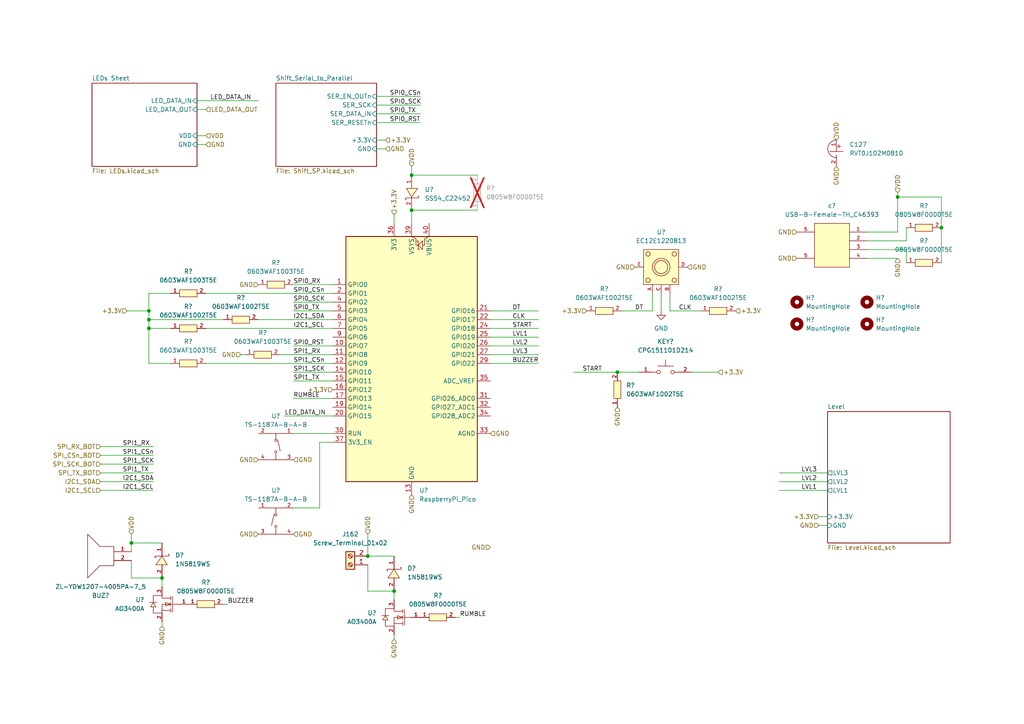
<source format=kicad_sch>
(kicad_sch (version 20230121) (generator eeschema)
  (paper "A4")
  (lib_symbols
    (symbol "0603WAF1002T5E:0603WAF1002T5E" (pin_names hide)
      (property "Reference" "R" (at 0 1.27 0))
      (property "Value" "0603WAF1002T5E" (at 0 -2.54 0))
      (symbol "0603WAF1002T5E_0_1"
        (rectangle (start -2.54 1.016) (end 2.54 -1.016) (fill (type background)))
        (pin input line (at -5.08 0 0) (length 2.54) (name "1") (number "1"))
        (pin input line (at 5.08 0 180) (length 2.54) (name "2") (number "2"))
      )
    )
    (symbol "0603WAF1003T5E:0603WAF1003T5E" (pin_names hide)
      (property "Reference" "R" (at 0 1.27 0))
      (property "Value" "0603WAF1003T5E" (at 0 -2.54 0))
      (symbol "0603WAF1003T5E_0_1"
        (rectangle (start -2.54 1.016) (end 2.54 -1.016) (fill (type background)))
        (pin input line (at -5.08 0 0) (length 2.54) (name "1") (number "1"))
        (pin input line (at 5.08 0 180) (length 2.54) (name "2") (number "2"))
      )
    )
    (symbol "0805W8F0000T5E:0805W8F0000T5E" (pin_names hide)
      (property "Reference" "R" (at 0 1.27 0))
      (property "Value" "0805W8F0000T5E" (at 0 -2.54 0))
      (symbol "0805W8F0000T5E_0_1"
        (rectangle (start -2.54 1.016) (end 2.54 -1.016) (fill (type background)))
        (pin input line (at -5.08 0 0) (length 2.54) (name "1") (number "1"))
        (pin input line (at 5.08 0 180) (length 2.54) (name "2") (number "2"))
      )
    )
    (symbol "1N5819WS:1N5819WS" (pin_names hide)
      (property "Reference" "D" (at 0 1.27 0))
      (property "Value" "1N5819WS" (at 0 -2.54 0))
      (symbol "1N5819WS_0_1"
        (polyline (pts (xy -1.27 0) (xy -1.27 -2.032) (xy -0.762 -2.032) (xy -0.762 -1.778)))
        (polyline (pts (xy -1.27 0) (xy -1.27 2.032) (xy -1.778 2.032) (xy -1.778 1.778)))
        (polyline (pts (xy 1.27 1.524) (xy -1.27 0) (xy 1.27 -1.778) (xy 1.27 1.524)) (fill (type background)))
        (pin unspecified line (at -5.08 0 0) (length 3.81) (name "K") (number "1"))
        (pin unspecified line (at 5.08 0 180) (length 3.81) (name "A") (number "2"))
      )
    )
    (symbol "AO3400A:AO3400A" (pin_names hide)
      (property "Reference" "U" (at 0 1.27 0))
      (property "Value" "AO3400A" (at 0 -2.54 0))
      (symbol "AO3400A_0_1"
        (polyline (pts (xy -2.54 0) (xy -0.508 0)))
        (polyline (pts (xy -0.508 2.286) (xy -0.508 -2.286)))
        (polyline (pts (xy 0 -2.286) (xy 0 -1.27)))
        (polyline (pts (xy 0 -0.508) (xy 0 0.508)))
        (polyline (pts (xy 0 2.286) (xy 0 1.27)))
        (polyline (pts (xy 2.54 -1.778) (xy 0 -1.778)))
        (polyline (pts (xy 0 0) (xy 1.524 -0.508) (xy 1.524 0.508) (xy 0 0)) (fill (type background)))
        (polyline (pts (xy 5.08 0.508) (xy 4.318 -0.762) (xy 5.842 -0.762) (xy 5.08 0.508)) (fill (type background)))
        (polyline (pts (xy 6.096 0.508) (xy 5.588 0.508) (xy 4.572 0.508) (xy 4.064 0.508)))
        (polyline (pts (xy 0 0) (xy 2.54 0) (xy 2.54 -2.54) (xy 5.08 -2.54) (xy 5.08 -0.762)))
        (polyline (pts (xy 0 1.778) (xy 2.54 1.778) (xy 2.54 2.54) (xy 5.08 2.54) (xy 5.08 0.508)))
        (pin unspecified line (at -5.08 0 0) (length 2.54) (name "G") (number "1"))
        (pin unspecified line (at 2.54 -5.08 90) (length 2.54) (name "S") (number "2"))
        (pin unspecified line (at 2.54 5.08 270) (length 2.54) (name "D") (number "3"))
      )
    )
    (symbol "CPG151101D214:CPG151101D214" (pin_names hide)
      (property "Reference" "KEY" (at 0 1.27 0))
      (property "Value" "CPG151101D214" (at 0 -2.54 0))
      (symbol "CPG151101D214_0_1"
        (circle (center -2.032 -2.54) (radius 0.508) (fill (type background)))
        (polyline (pts (xy -5.08 -2.54) (xy -2.54 -2.54)))
        (polyline (pts (xy -2.286 -0.762) (xy 2.286 -0.762)))
        (polyline (pts (xy 0 -0.762) (xy 0 1.016)))
        (polyline (pts (xy 5.08 -2.54) (xy 2.54 -2.54)))
        (circle (center 2.032 -2.54) (radius 0.508) (fill (type background)))
        (pin unspecified line (at -7.62 -2.54 0) (length 3.81) (name "1") (number "1"))
        (pin unspecified line (at 7.62 -2.54 180) (length 3.81) (name "2") (number "2"))
      )
    )
    (symbol "Connector:Screw_Terminal_01x02" (pin_names (offset 1.016) hide)
      (property "Reference" "J" (at 0 2.54 0))
      (property "Value" "Screw_Terminal_01x02" (at 0 -5.08 0))
      (symbol "Screw_Terminal_01x02_1_1"
        (rectangle (start -1.27 1.27) (end 1.27 -3.81) (stroke (width 0.254)) (fill (type background)))
        (circle (center 0 -2.54) (radius 0.635) (stroke (width 0.1524)))
        (polyline (pts (xy -0.5334 -2.2098) (xy 0.3302 -3.048)) (stroke (width 0.1524)))
        (polyline (pts (xy -0.5334 0.3302) (xy 0.3302 -0.508)) (stroke (width 0.1524)))
        (polyline (pts (xy -0.3556 -2.032) (xy 0.508 -2.8702)) (stroke (width 0.1524)))
        (polyline (pts (xy -0.3556 0.508) (xy 0.508 -0.3302)) (stroke (width 0.1524)))
        (circle (center 0 0) (radius 0.635) (stroke (width 0.1524)))
        (pin passive line (at -5.08 0 0) (length 3.81) (name "Pin_1") (number "1"))
        (pin passive line (at -5.08 -2.54 0) (length 3.81) (name "Pin_2") (number "2"))
      )
    )
    (symbol "EC12E1220813:EC12E1220813" (pin_names hide)
      (property "Reference" "U" (at 0 1.27 0))
      (property "Value" "EC12E1220813" (at 0 -2.54 0))
      (symbol "EC12E1220813_0_1"
        (rectangle (start -5.08 5.08) (end 5.08 -5.08) (fill (type background)))
        (circle (center -3.81 -3.81) (radius 0.635) (fill (type background)))
        (circle (center -3.81 3.81) (radius 0.635) (fill (type background)))
        (circle (center 0 0) (radius 1.905) (fill (type background)))
        (circle (center 0 0) (radius 2.54) (fill (type background)))
        (circle (center 3.81 -3.81) (radius 0.635) (fill (type background)))
        (circle (center 3.81 3.81) (radius 0.635) (fill (type background)))
        (pin unspecified line (at -2.54 -7.62 90) (length 2.54) (name "A") (number "A"))
        (pin unspecified line (at 2.54 -7.62 90) (length 2.54) (name "B") (number "B"))
        (pin unspecified line (at 0 -7.62 90) (length 2.54) (name "C") (number "C"))
        (pin unspecified line (at 7.62 0 180) (length 2.54) (name "D") (number "D"))
        (pin unspecified line (at -7.62 0 0) (length 2.54) (name "E") (number "E"))
      )
    )
    (symbol "MCU_Module_RaspberryPi_Pico:RaspberryPi_Pico"
      (property "Reference" "U" (at -19.05 38.1 0))
      (property "Value" "RaspberryPi_Pico" (at 7.62 38.1 0))
      (symbol "RaspberryPi_Pico_0_1"
        (rectangle (start -19.05 36.83) (end 19.05 -34.29) (stroke (width 0.254)) (fill (type background)))
        (polyline (pts (xy 0 36.83) (xy 1.27 36.195) (xy 1.27 34.29) (xy 1.905 34.29)))
        (polyline (pts (xy 1.905 34.29) (xy 3.175 35.56) (xy 3.175 33.02) (xy 1.905 34.29)))
        (polyline (pts (xy 5.08 36.83) (xy 3.81 36.195) (xy 3.81 34.29) (xy 3.175 34.29)))
        (polyline (pts (xy 1.651 35.306) (xy 1.651 35.56) (xy 1.905 35.56) (xy 1.905 33.02) (xy 2.159 33.02) (xy 2.159 33.274)))
      )
      (symbol "RaspberryPi_Pico_1_1"
        (pin bidirectional line (at -22.86 22.86 0) (length 3.81) (name "GPIO0") (number "1"))
        (pin bidirectional line (at -22.86 5.08 0) (length 3.81) (name "GPIO7") (number "10"))
        (pin bidirectional line (at -22.86 2.54 0) (length 3.81) (name "GPIO8") (number "11"))
        (pin bidirectional line (at -22.86 0 0) (length 3.81) (name "GPIO9") (number "12"))
        (pin power_out line (at 0 -38.1 90) (length 3.81) (name "GND") (number "13"))
        (pin bidirectional line (at -22.86 -2.54 0) (length 3.81) (name "GPIO10") (number "14"))
        (pin bidirectional line (at -22.86 -5.08 0) (length 3.81) (name "GPIO11") (number "15"))
        (pin bidirectional line (at -22.86 -7.62 0) (length 3.81) (name "GPIO12") (number "16"))
        (pin bidirectional line (at -22.86 -10.16 0) (length 3.81) (name "GPIO13") (number "17"))
        (pin passive line (at 0 -38.1 90) (length 3.81) hide (name "GND") (number "18"))
        (pin bidirectional line (at -22.86 -12.7 0) (length 3.81) (name "GPIO14") (number "19"))
        (pin bidirectional line (at -22.86 20.32 0) (length 3.81) (name "GPIO1") (number "2"))
        (pin bidirectional line (at -22.86 -15.24 0) (length 3.81) (name "GPIO15") (number "20"))
        (pin bidirectional line (at 22.86 15.24 180) (length 3.81) (name "GPIO16") (number "21"))
        (pin bidirectional line (at 22.86 12.7 180) (length 3.81) (name "GPIO17") (number "22"))
        (pin passive line (at 0 -38.1 90) (length 3.81) hide (name "GND") (number "23"))
        (pin bidirectional line (at 22.86 10.16 180) (length 3.81) (name "GPIO18") (number "24"))
        (pin bidirectional line (at 22.86 7.62 180) (length 3.81) (name "GPIO19") (number "25"))
        (pin bidirectional line (at 22.86 5.08 180) (length 3.81) (name "GPIO20") (number "26"))
        (pin bidirectional line (at 22.86 2.54 180) (length 3.81) (name "GPIO21") (number "27"))
        (pin passive line (at 0 -38.1 90) (length 3.81) hide (name "GND") (number "28"))
        (pin bidirectional line (at 22.86 0 180) (length 3.81) (name "GPIO22") (number "29"))
        (pin passive line (at 0 -38.1 90) (length 3.81) hide (name "GND") (number "3"))
        (pin input line (at -22.86 -20.32 0) (length 3.81) (name "RUN") (number "30"))
        (pin bidirectional line (at 22.86 -10.16 180) (length 3.81) (name "GPIO26_ADC0") (number "31"))
        (pin bidirectional line (at 22.86 -12.7 180) (length 3.81) (name "GPIO27_ADC1") (number "32"))
        (pin power_in line (at 22.86 -20.32 180) (length 3.81) (name "AGND") (number "33"))
        (pin bidirectional line (at 22.86 -15.24 180) (length 3.81) (name "GPIO28_ADC2") (number "34"))
        (pin power_in line (at 22.86 -5.08 180) (length 3.81) (name "ADC_VREF") (number "35"))
        (pin power_out line (at -5.08 40.64 270) (length 3.81) (name "3V3") (number "36"))
        (pin input line (at -22.86 -22.86 0) (length 3.81) (name "3V3_EN") (number "37"))
        (pin passive line (at 0 -38.1 90) (length 3.81) hide (name "GND") (number "38"))
        (pin power_in line (at 0 40.64 270) (length 3.81) (name "VSYS") (number "39"))
        (pin bidirectional line (at -22.86 17.78 0) (length 3.81) (name "GPIO2") (number "4"))
        (pin power_out line (at 5.08 40.64 270) (length 3.81) (name "VBUS") (number "40"))
        (pin bidirectional line (at -22.86 15.24 0) (length 3.81) (name "GPIO3") (number "5"))
        (pin bidirectional line (at -22.86 12.7 0) (length 3.81) (name "GPIO4") (number "6"))
        (pin bidirectional line (at -22.86 10.16 0) (length 3.81) (name "GPIO5") (number "7"))
        (pin passive line (at 0 -38.1 90) (length 3.81) hide (name "GND") (number "8"))
        (pin bidirectional line (at -22.86 7.62 0) (length 3.81) (name "GPIO6") (number "9"))
      )
    )
    (symbol "Mechanical:MountingHole" (pin_names (offset 1.016))
      (property "Reference" "H" (at 0 5.08 0))
      (property "Value" "MountingHole" (at 0 3.175 0))
      (symbol "MountingHole_0_1"
        (circle (center 0 0) (radius 1.27) (stroke (width 1.27)))
      )
    )
    (symbol "RVT0J102M0810:RVT0J102M0810" (pin_names hide)
      (property "Reference" "C" (at 0 1.27 0))
      (property "Value" "RVT0J102M0810" (at 0 -2.54 0))
      (symbol "RVT0J102M0810_0_1"
        (polyline (pts (xy 0 -0.508) (xy 0 -1.27)))
        (polyline (pts (xy 0 1.27) (xy 0 0.508)))
        (polyline (pts (xy 0.762 2.54) (xy 0.762 1.524)))
        (polyline (pts (xy 1.27 2.032) (xy 0.254 2.032)))
        (polyline (pts (xy 2.032 0.508) (xy -2.032 0.508)))
        (arc (start 0.0208 3.8059) (mid -2.4787 1.226) (end 0.1011 -1.2735))
        (pin input line (at 0 3.81 270) (length 2.54) (name "1") (number "1"))
        (pin input line (at 0 -3.81 90) (length 2.54) (name "2") (number "2"))
      )
    )
    (symbol "SS54_C22452:SS54_C22452" (pin_names hide)
      (property "Reference" "U" (at 0 1.27 0))
      (property "Value" "SS54_C22452" (at 0 -2.54 0))
      (symbol "SS54_C22452_0_1"
        (polyline (pts (xy 1.27 1.524) (xy -1.27 0) (xy 1.27 -1.778) (xy 1.27 1.524)) (fill (type background)))
        (polyline (pts (xy -2.032 1.524) (xy -2.032 1.778) (xy -1.524 1.778) (xy -1.524 -2.032) (xy -1.016 -2.032) (xy -1.016 -1.778)))
        (pin unspecified line (at 5.08 0 180) (length 3.81) (name "A") (number "1"))
        (pin unspecified line (at -5.08 0 0) (length 3.81) (name "K") (number "2"))
      )
    )
    (symbol "TS-1187A-B-A-B:TS-1187A-B-A-B" (pin_names hide)
      (property "Reference" "U" (at 0 1.27 0))
      (property "Value" "TS-1187A-B-A-B" (at 0 -2.54 0))
      (symbol "TS-1187A-B-A-B_0_1"
        (circle (center 0 -2.794) (radius 0.3175) (fill (type background)))
        (polyline (pts (xy -2.54 -5.08) (xy 2.54 -5.08)))
        (polyline (pts (xy -2.54 2.54) (xy 2.54 2.54)))
        (polyline (pts (xy -0.508 0.762) (xy -1.27 -2.54)))
        (polyline (pts (xy 0 -3.302) (xy 0 -5.08)))
        (polyline (pts (xy 0 0.762) (xy 0 2.54)))
        (circle (center 0 0.508) (radius 0.3175) (fill (type background)))
        (pin unspecified line (at -5.08 2.54 0) (length 2.54) (name "A") (number "1"))
        (pin unspecified line (at 5.08 2.54 180) (length 2.54) (name "B") (number "2"))
        (pin unspecified line (at -5.08 -5.08 0) (length 2.54) (name "C") (number "3"))
        (pin unspecified line (at 5.08 -5.08 180) (length 2.54) (name "D") (number "4"))
      )
    )
    (symbol "USB-B-Female-TH_C46393:USB-B-Female-TH_C46393" (pin_names hide)
      (property "Reference" "c" (at 0 1.27 0))
      (property "Value" "USB-B-Female-TH_C46393" (at 0 -2.54 0))
      (symbol "USB-B-Female-TH_C46393_0_1"
        (rectangle (start -5.08 7.62) (end 5.08 -5.08) (fill (type background)))
        (pin input line (at 10.16 5.08 180) (length 5.08) (name "VCC") (number "1"))
        (pin input line (at 10.16 2.54 180) (length 5.08) (name "D-") (number "2"))
        (pin input line (at 10.16 0 180) (length 5.08) (name "D+") (number "3"))
        (pin input line (at 10.16 -2.54 180) (length 5.08) (name "GND") (number "4"))
        (pin unspecified line (at -10.16 -2.54 0) (length 5.08) (name "EH") (number "5"))
        (pin unspecified line (at -10.16 5.08 0) (length 5.08) (name "EH") (number "5"))
      )
    )
    (symbol "ZL-YDW1207-4005PA-7_5:ZL-YDW1207-4005PA-7_5" (pin_names hide)
      (property "Reference" "BUZ" (at 0 1.27 0))
      (property "Value" "ZL-YDW1207-4005PA-7_5" (at 0 -2.54 0))
      (symbol "ZL-YDW1207-4005PA-7_5_0_1"
        (polyline (pts (xy -4.064 4.064) (xy 0 4.064) (xy 0 -1.524) (xy -4.064 -1.524) (xy -7.62 -5.08) (xy -7.62 7.62) (xy -4.064 4.064)))
        (pin unspecified line (at 5.08 0 180) (length 5.08) (name "1") (number "1"))
        (pin unspecified line (at 5.08 2.54 180) (length 5.08) (name "2") (number "2"))
      )
    )
    (symbol "power:GND" (power) (pin_names (offset 0))
      (property "Value" "GND" (at 0 -3.81 0))
      (symbol "GND_0_1"
        (polyline (pts (xy 0 0) (xy 0 -1.27) (xy 1.27 -1.27) (xy 0 -2.54) (xy -1.27 -1.27) (xy 0 -1.27)))
      )
      (symbol "GND_1_1"
        (pin power_in line (at 0 0 270) (length 0) hide (name "GND") (number "1"))
      )
    )
  )
  (junction (at 106.68 161.29))
  (junction (at 43.18 90.17))
  (junction (at 260.35 57.15))
  (junction (at 119.38 50.8))
  (junction (at 38.1 157.48))
  (junction (at 114.3 171.45))
  (junction (at 119.38 60.96))
  (junction (at 43.18 92.71))
  (junction (at 46.99 167.64))
  (junction (at 43.18 95.25))
  (junction (at 273.05 66.04))
  (junction (at 179.07 107.95))
  (wire (pts (xy 109.22 33.02) (xy 121.92 33.02)))
  (wire (pts (xy 262.89 72.39) (xy 251.46 72.39)))
  (wire (pts (xy 166.37 107.95) (xy 179.07 107.95)))
  (wire (pts (xy 38.1 157.48) (xy 38.1 160.02)))
  (wire (pts (xy 85.09 107.95) (xy 96.52 107.95)))
  (wire (pts (xy 262.89 76.2) (xy 262.89 72.39)))
  (wire (pts (xy 85.09 90.17) (xy 96.52 90.17)))
  (wire (pts (xy 226.06 137.16) (xy 240.03 137.16)))
  (wire (pts (xy 191.77 90.17) (xy 191.77 85.09)))
  (wire (pts (xy 64.77 175.26) (xy 66.04 175.26)))
  (wire (pts (xy 189.23 85.09) (xy 189.23 90.17)))
  (wire (pts (xy 142.24 95.25) (xy 156.21 95.25)))
  (wire (pts (xy 273.05 57.15) (xy 260.35 57.15)))
  (wire (pts (xy 194.31 90.17) (xy 203.2 90.17)))
  (wire (pts (xy 114.3 185.42) (xy 114.3 184.15)))
  (wire (pts (xy 106.68 161.29) (xy 114.3 161.29)))
  (wire (pts (xy 142.24 105.41) (xy 156.21 105.41)))
  (wire (pts (xy 29.21 134.62) (xy 44.45 134.62)))
  (wire (pts (xy 59.69 105.41) (xy 96.52 105.41)))
  (wire (pts (xy 260.35 74.93) (xy 251.46 74.93)))
  (wire (pts (xy 85.09 125.73) (xy 96.52 125.73)))
  (wire (pts (xy 142.24 92.71) (xy 156.21 92.71)))
  (wire (pts (xy 109.22 27.94) (xy 121.92 27.94)))
  (wire (pts (xy 85.09 100.33) (xy 96.52 100.33)))
  (wire (pts (xy 260.35 57.15) (xy 260.35 67.31)))
  (wire (pts (xy 49.53 105.41) (xy 43.18 105.41)))
  (wire (pts (xy 262.89 69.85) (xy 262.89 66.04)))
  (wire (pts (xy 109.22 43.18) (xy 111.76 43.18)))
  (wire (pts (xy 142.24 102.87) (xy 156.21 102.87)))
  (wire (pts (xy 29.21 132.08) (xy 44.45 132.08)))
  (wire (pts (xy 49.53 85.09) (xy 43.18 85.09)))
  (wire (pts (xy 106.68 154.94) (xy 106.68 161.29)))
  (wire (pts (xy 82.55 120.65) (xy 96.52 120.65)))
  (wire (pts (xy 59.69 95.25) (xy 96.52 95.25)))
  (wire (pts (xy 43.18 105.41) (xy 43.18 95.25)))
  (wire (pts (xy 74.93 92.71) (xy 96.52 92.71)))
  (wire (pts (xy 57.15 29.21) (xy 74.93 29.21)))
  (wire (pts (xy 85.09 115.57) (xy 96.52 115.57)))
  (wire (pts (xy 237.49 152.4) (xy 240.03 152.4)))
  (wire (pts (xy 46.99 167.64) (xy 46.99 170.18)))
  (wire (pts (xy 38.1 167.64) (xy 38.1 162.56)))
  (wire (pts (xy 29.21 139.7) (xy 44.45 139.7)))
  (wire (pts (xy 96.52 128.27) (xy 92.71 128.27)))
  (wire (pts (xy 36.83 90.17) (xy 43.18 90.17)))
  (wire (pts (xy 85.09 87.63) (xy 96.52 87.63)))
  (wire (pts (xy 57.15 39.37) (xy 59.69 39.37)))
  (wire (pts (xy 119.38 60.96) (xy 119.38 64.77)))
  (wire (pts (xy 251.46 69.85) (xy 262.89 69.85)))
  (wire (pts (xy 273.05 66.04) (xy 273.05 76.2)))
  (wire (pts (xy 132.08 179.07) (xy 133.35 179.07)))
  (wire (pts (xy 189.23 90.17) (xy 180.34 90.17)))
  (wire (pts (xy 92.71 128.27) (xy 92.71 147.32)))
  (wire (pts (xy 109.22 30.48) (xy 121.92 30.48)))
  (wire (pts (xy 38.1 157.48) (xy 46.99 157.48)))
  (wire (pts (xy 29.21 129.54) (xy 44.45 129.54)))
  (wire (pts (xy 64.77 92.71) (xy 43.18 92.71)))
  (wire (pts (xy 38.1 154.94) (xy 38.1 157.48)))
  (wire (pts (xy 81.28 102.87) (xy 96.52 102.87)))
  (wire (pts (xy 43.18 90.17) (xy 43.18 92.71)))
  (wire (pts (xy 119.38 50.8) (xy 138.43 50.8)))
  (wire (pts (xy 71.12 102.87) (xy 69.85 102.87)))
  (wire (pts (xy 57.15 31.75) (xy 59.69 31.75)))
  (wire (pts (xy 46.99 181.61) (xy 46.99 180.34)))
  (wire (pts (xy 106.68 171.45) (xy 114.3 171.45)))
  (wire (pts (xy 109.22 40.64) (xy 111.76 40.64)))
  (wire (pts (xy 114.3 62.23) (xy 114.3 64.77)))
  (wire (pts (xy 109.22 35.56) (xy 121.92 35.56)))
  (wire (pts (xy 43.18 95.25) (xy 49.53 95.25)))
  (wire (pts (xy 226.06 142.24) (xy 240.03 142.24)))
  (wire (pts (xy 29.21 137.16) (xy 44.45 137.16)))
  (wire (pts (xy 57.15 41.91) (xy 59.69 41.91)))
  (wire (pts (xy 85.09 82.55) (xy 96.52 82.55)))
  (wire (pts (xy 273.05 66.04) (xy 273.05 57.15)))
  (wire (pts (xy 179.07 107.95) (xy 185.42 107.95)))
  (wire (pts (xy 251.46 67.31) (xy 260.35 67.31)))
  (wire (pts (xy 106.68 163.83) (xy 106.68 171.45)))
  (wire (pts (xy 119.38 60.96) (xy 138.43 60.96)))
  (wire (pts (xy 260.35 55.88) (xy 260.35 57.15)))
  (wire (pts (xy 85.09 110.49) (xy 96.52 110.49)))
  (wire (pts (xy 43.18 85.09) (xy 43.18 90.17)))
  (wire (pts (xy 92.71 147.32) (xy 85.09 147.32)))
  (wire (pts (xy 194.31 85.09) (xy 194.31 90.17)))
  (wire (pts (xy 46.99 167.64) (xy 38.1 167.64)))
  (wire (pts (xy 43.18 92.71) (xy 43.18 95.25)))
  (wire (pts (xy 226.06 139.7) (xy 240.03 139.7)))
  (wire (pts (xy 29.21 142.24) (xy 44.45 142.24)))
  (wire (pts (xy 59.69 85.09) (xy 96.52 85.09)))
  (wire (pts (xy 200.66 107.95) (xy 208.28 107.95)))
  (wire (pts (xy 142.24 97.79) (xy 156.21 97.79)))
  (wire (pts (xy 114.3 171.45) (xy 114.3 173.99)))
  (wire (pts (xy 237.49 149.86) (xy 240.03 149.86)))
  (wire (pts (xy 142.24 90.17) (xy 156.21 90.17)))
  (wire (pts (xy 142.24 100.33) (xy 156.21 100.33)))
  (wire (pts (xy 119.38 48.26) (xy 119.38 50.8)))
  (label "DT" (at 148.59 90.17 0))
  (label "I2C1_SDA" (at 85.09 92.71 0))
  (label "SPI0_RST" (at 85.09 100.33 0))
  (label "BUZZER" (at 148.59 105.41 0))
  (label "SPI1_RX" (at 85.09 102.87 0))
  (label "LED_DATA_IN" (at 60.96 29.21 0))
  (label "SPI1_TX" (at 85.09 110.49 0))
  (label "SPI0_RST" (at 113.03 35.56 0))
  (label "LED_DATA_IN" (at 82.55 120.65 0))
  (label "SPI1_RX" (at 35.56 129.54 0))
  (label "I2C1_SDA" (at 35.56 139.7 0))
  (label "SPI0_CSn" (at 113.03 27.94 0))
  (label "RUMBLE" (at 85.09 115.57 0))
  (label "SPI1_CSn" (at 35.56 132.08 0))
  (label "LVL3" (at 148.59 102.87 0))
  (label "LVL1" (at 232.41 142.24 0))
  (label "BUZZER" (at 66.04 175.26 0))
  (label "SPI1_SCK" (at 85.09 107.95 0))
  (label "LVL3" (at 232.41 137.16 0))
  (label "I2C1_SCL" (at 35.56 142.24 0))
  (label "START" (at 168.91 107.95 0))
  (label "LVL1" (at 148.59 97.79 0))
  (label "SPI0_TX" (at 85.09 90.17 0))
  (label "CLK" (at 196.85 90.17 0))
  (label "CLK" (at 148.59 92.71 0))
  (label "SPI1_TX" (at 35.56 137.16 0))
  (label "RUMBLE" (at 133.35 179.07 0))
  (label "SPI0_SCK" (at 85.09 87.63 0))
  (label "I2C1_SCL" (at 85.09 95.25 0))
  (label "SPI0_TX" (at 113.03 33.02 0))
  (label "SPI1_SCK" (at 35.56 134.62 0))
  (label "SPI1_CSn" (at 85.09 105.41 0))
  (label "START" (at 148.59 95.25 0))
  (label "DT" (at 184.15 90.17 0))
  (label "SPI0_RX" (at 85.09 82.55 0))
  (label "LVL2" (at 232.41 139.7 0))
  (label "SPI0_CSn" (at 85.09 85.09 0))
  (label "SPI0_SCK" (at 113.03 30.48 0))
  (label "LVL2" (at 148.59 100.33 0))
  (hierarchical_label "SPI_TX_BOT" (shape input) (at 29.21 137.16 180))
  (hierarchical_label "VDD" (shape input) (at 106.68 154.94 90))
  (hierarchical_label "GND" (shape input) (at 46.99 181.61 270))
  (hierarchical_label "SPI_CSn_BOT" (shape input) (at 29.21 132.08 180))
  (hierarchical_label "GND" (shape input) (at 242.57 48.26 270))
  (hierarchical_label "SPI_SCK_BOT" (shape input) (at 29.21 134.62 180))
  (hierarchical_label "GND" (shape input) (at 231.14 67.31 180))
  (hierarchical_label "VDD" (shape input) (at 242.57 40.64 90))
  (hierarchical_label "VDD" (shape input) (at 119.38 48.26 90))
  (hierarchical_label "GND" (shape input) (at 199.39 77.47 0))
  (hierarchical_label "I2C1_SDA" (shape input) (at 29.21 139.7 180))
  (hierarchical_label "GND" (shape input) (at 142.24 125.73 0))
  (hierarchical_label "+3.3V" (shape input) (at 36.83 90.17 180))
  (hierarchical_label "GND" (shape input) (at 237.49 152.4 180))
  (hierarchical_label "GND" (shape input) (at 119.38 143.51 270))
  (hierarchical_label "GND" (shape input) (at 85.09 133.35 0))
  (hierarchical_label "GND" (shape input) (at 184.15 77.47 180))
  (hierarchical_label "GND" (shape input) (at 74.93 133.35 180))
  (hierarchical_label "LED_DATA_OUT" (shape input) (at 59.69 31.75 0))
  (hierarchical_label "GND" (shape input) (at 179.07 118.11 270))
  (hierarchical_label "+3.3V" (shape input) (at 208.28 107.95 0))
  (hierarchical_label "+3.3V" (shape input) (at 170.18 90.17 180))
  (hierarchical_label "+3.3V" (shape input) (at 96.52 113.03 180))
  (hierarchical_label "VDD" (shape input) (at 59.69 39.37 0))
  (hierarchical_label "+3.3V" (shape input) (at 237.49 149.86 180))
  (hierarchical_label "GND" (shape input) (at 111.76 43.18 0))
  (hierarchical_label "GND" (shape input) (at 231.14 74.93 180))
  (hierarchical_label "GND" (shape input) (at 260.35 74.93 270))
  (hierarchical_label "GND" (shape input) (at 142.24 158.75 180))
  (hierarchical_label "SPI_RX_BOT" (shape input) (at 29.21 129.54 180))
  (hierarchical_label "GND" (shape input) (at 69.85 102.87 180))
  (hierarchical_label "+3.3V" (shape input) (at 213.36 90.17 0))
  (hierarchical_label "GND" (shape input) (at 74.93 82.55 180))
  (hierarchical_label "GND" (shape input) (at 74.93 154.94 180))
  (hierarchical_label "VDD" (shape input) (at 260.35 55.88 90))
  (hierarchical_label "GND" (shape input) (at 114.3 185.42 270))
  (hierarchical_label "GND" (shape input) (at 59.69 41.91 0))
  (hierarchical_label "+3.3V" (shape input) (at 111.76 40.64 0))
  (hierarchical_label "+3.3V" (shape input) (at 114.3 62.23 90))
  (hierarchical_label "GND" (shape input) (at 85.09 154.94 0))
  (hierarchical_label "I2C1_SCL" (shape input) (at 29.21 142.24 180))
  (hierarchical_label "VDD" (shape input) (at 38.1 154.94 90))
  (symbol (lib_id "0603WAF1002T5E:0603WAF1002T5E") (at 69.85 92.71 0) (unit 1)
    (property "Reference" "R?" (at 69.85 86.36 0))
    (property "Value" "0603WAF1002T5E" (at 69.85 88.9 0))
    (property "Footprint" "footprint:R0603" (effects hide))
    (property "Datasheet" "https://www.mouser.in/datasheet/2/447/PYu_RT_1_to_0_01_RoHS_L_11-1669912.pdf" (effects hide))
    (property "LCSC" "C25804" (effects hide))
    (instances (project "Kaboom_box" (path "" (reference "R?") (unit 1)) (path "" (reference "R108") (unit 1)) (path "" (reference "R?") (unit 1))))
  )
  (symbol (lib_id "Mechanical:MountingHole") (at 251.46 93.98 0) (unit 1)
    (property "Reference" "H?" (at 254 92.71 0) (effects (justify left)))
    (property "Value" "MountingHole" (at 254 95.25 0) (effects (justify left)))
    (property "Footprint" "MountingHole:MountingHole_4.3mm_M4" (effects hide))
    (instances (project "Kaboom_box" (path "" (reference "H?") (unit 1)) (path "" (reference "H104") (unit 1)) (path "" (reference "H?") (unit 1))))
  )
  (symbol (lib_id "0603WAF1003T5E:0603WAF1003T5E") (at 80.01 82.55 0) (unit 1)
    (property "Reference" "R?" (at 80.01 76.2 0))
    (property "Value" "0603WAF1003T5E" (at 80.01 78.74 0))
    (property "Footprint" "footprint:R0603" (effects hide))
    (property "Datasheet" "https://www.mouser.in/datasheet/2/447/PYu_RT_1_to_0_01_RoHS_L_11-1669912.pdf" (effects hide))
    (property "LCSC" "C25803" (effects hide))
    (instances (project "Kaboom_box" (path "" (reference "R?") (unit 1)) (path "" (reference "R104") (unit 1)) (path "" (reference "R?") (unit 1))))
  )
  (symbol (lib_id "1N5819WS:1N5819WS") (at 114.3 166.37 270) (unit 1)
    (property "Reference" "D?" (at 118.11 164.846 90) (effects (justify left)))
    (property "Value" "1N5819WS" (at 118.11 167.386 90) (effects (justify left)))
    (property "Footprint" "footprint:SOD-323_L1.8-W1.3-LS2.5-RD" (effects hide))
    (property "Datasheet" "https://item.szlcsc.com/295156.html" (effects hide))
    (property "LCSC" "C191023" (effects hide))
    (instances (project "Kaboom_box" (path "" (reference "D?") (unit 1)) (path "" (reference "D102") (unit 1)) (path "" (reference "D?") (unit 1))))
  )
  (symbol (lib_id "Connector:Screw_Terminal_01x02") (at 101.6 163.83 180) (unit 1)
    (property "Reference" "J162" (at 101.6 154.94 0))
    (property "Value" "Screw_Terminal_01x02" (at 101.6 157.48 0))
    (property "Footprint" "TerminalBlock_Phoenix:TerminalBlock_Phoenix_MKDS-1,5-2_1x02_P5.00mm_Horizontal" (effects hide))
  )
  (symbol (lib_id "1N5819WS:1N5819WS") (at 46.99 162.56 270) (unit 1)
    (property "Reference" "D?" (at 50.8 161.036 90) (effects (justify left)))
    (property "Value" "1N5819WS" (at 50.8 163.576 90) (effects (justify left)))
    (property "Footprint" "footprint:SOD-323_L1.8-W1.3-LS2.5-RD" (effects hide))
    (property "Datasheet" "https://item.szlcsc.com/295156.html" (effects hide))
    (property "LCSC" "C191023" (effects hide))
    (instances (project "Kaboom_box" (path "" (reference "D?") (unit 1)) (path "" (reference "D101") (unit 1)) (path "" (reference "D?") (unit 1))))
  )
  (symbol (lib_id "Mechanical:MountingHole") (at 231.14 93.98 0) (unit 1)
    (property "Reference" "H?" (at 233.68 92.71 0) (effects (justify left)))
    (property "Value" "MountingHole" (at 233.68 95.25 0) (effects (justify left)))
    (property "Footprint" "MountingHole:MountingHole_4.3mm_M4" (effects hide))
    (instances (project "Kaboom_box" (path "" (reference "H?") (unit 1)) (path "" (reference "H103") (unit 1)) (path "" (reference "H?") (unit 1))))
  )
  (symbol (lib_id "AO3400A:AO3400A") (at 49.53 175.26 0) (mirror y) (unit 1)
    (property "Reference" "U?" (at 41.91 173.99 0) (effects (justify left)))
    (property "Value" "AO3400A" (at 41.91 176.53 0) (effects (justify left)))
    (property "Footprint" "footprint:SOT-23-3_L2.9-W1.6-P1.90-LS2.8-BR" (effects hide))
    (property "Datasheet" "https://item.szlcsc.com/14454.html" (effects hide))
    (property "LCSC" "C20917" (effects hide))
    (instances (project "Kaboom_box" (path "" (reference "U?") (unit 1)) (path "" (reference "U106") (unit 1)) (path "" (reference "U?") (unit 1))))
  )
  (symbol (lib_id "Mechanical:MountingHole") (at 251.46 87.63 0) (unit 1)
    (property "Reference" "H?" (at 254 86.36 0) (effects (justify left)))
    (property "Value" "MountingHole" (at 254 88.9 0) (effects (justify left)))
    (property "Footprint" "MountingHole:MountingHole_4.3mm_M4" (effects hide))
    (instances (project "Kaboom_box" (path "" (reference "H?") (unit 1)) (path "" (reference "H102") (unit 1)) (path "" (reference "H?") (unit 1))))
  )
  (symbol (lib_id "0603WAF1003T5E:0603WAF1003T5E") (at 76.2 102.87 0) (unit 1)
    (property "Reference" "R?" (at 76.2 96.52 0))
    (property "Value" "0603WAF1003T5E" (at 76.2 99.06 0))
    (property "Footprint" "footprint:R0603" (effects hide))
    (property "Datasheet" "https://www.mouser.in/datasheet/2/447/PYu_RT_1_to_0_01_RoHS_L_11-1669912.pdf" (effects hide))
    (property "LCSC" "C25803" (effects hide))
    (instances (project "Kaboom_box" (path "" (reference "R?") (unit 1)) (path "" (reference "R110") (unit 1)) (path "" (reference "R?") (unit 1))))
  )
  (symbol (lib_id "CPG151101D214:CPG151101D214") (at 193.04 105.41 0) (unit 1)
    (property "Reference" "KEY?" (at 193.04 99.06 0))
    (property "Value" "CPG151101D214" (at 193.04 101.6 0))
    (property "Footprint" "footprint:KEY-TH_CPG151101D21X" (effects hide))
    (property "Datasheet" "https://item.szlcsc.com/383997.html" (effects hide))
    (property "LCSC" "C400232" (effects hide))
    (instances (project "Kaboom_box" (path "" (reference "KEY?") (unit 1)) (path "" (reference "KEY101") (unit 1)) (path "" (reference "KEY?") (unit 1))))
  )
  (symbol (lib_id "0603WAF1002T5E:0603WAF1002T5E") (at 175.26 90.17 0) (unit 1)
    (property "Reference" "R?" (at 175.26 83.82 0))
    (property "Value" "0603WAF1002T5E" (at 175.26 86.36 0))
    (property "Footprint" "footprint:R0603" (effects hide))
    (property "Datasheet" "https://www.mouser.in/datasheet/2/447/PYu_RT_1_to_0_01_RoHS_L_11-1669912.pdf" (effects hide))
    (property "LCSC" "C25804" (effects hide))
    (instances (project "Kaboom_box" (path "" (reference "R?") (unit 1)) (path "" (reference "R106") (unit 1)) (path "" (reference "R?") (unit 1))))
  )
  (symbol (lib_id "0603WAF1003T5E:0603WAF1003T5E") (at 54.61 105.41 0) (unit 1)
    (property "Reference" "R?" (at 54.61 99.06 0))
    (property "Value" "0603WAF1003T5E" (at 54.61 101.6 0))
    (property "Footprint" "footprint:R0603" (effects hide))
    (property "Datasheet" "https://www.mouser.in/datasheet/2/447/PYu_RT_1_to_0_01_RoHS_L_11-1669912.pdf" (effects hide))
    (property "LCSC" "C25803" (effects hide))
    (instances (project "Kaboom_box" (path "" (reference "R?") (unit 1)) (path "" (reference "R111") (unit 1)) (path "" (reference "R?") (unit 1))))
  )
  (symbol (lib_id "0805W8F0000T5E:0805W8F0000T5E") (at 127 179.07 0) (unit 1)
    (property "Reference" "R?" (at 127 172.72 0))
    (property "Value" "0805W8F0000T5E" (at 127 175.26 0))
    (property "Footprint" "footprint:R0805" (effects hide))
    (property "Datasheet" "https://item.szlcsc.com/142685.html" (effects hide))
    (property "LCSC" "C17477" (effects hide))
    (instances (project "Kaboom_box" (path "" (reference "R?") (unit 1)) (path "" (reference "R120") (unit 1)) (path "" (reference "R?") (unit 1))))
  )
  (symbol (lib_id "AO3400A:AO3400A") (at 116.84 179.07 0) (mirror y) (unit 1)
    (property "Reference" "U?" (at 109.22 177.8 0) (effects (justify left)))
    (property "Value" "AO3400A" (at 109.22 180.34 0) (effects (justify left)))
    (property "Footprint" "footprint:SOT-23-3_L2.9-W1.6-P1.90-LS2.8-BR" (effects hide))
    (property "Datasheet" "https://item.szlcsc.com/14454.html" (effects hide))
    (property "LCSC" "C20917" (effects hide))
    (instances (project "Kaboom_box" (path "" (reference "U?") (unit 1)) (path "" (reference "U149") (unit 1)) (path "" (reference "U?") (unit 1))))
  )
  (symbol (lib_id "0805W8F0000T5E:0805W8F0000T5E") (at 267.97 66.04 0) (unit 1)
    (property "Reference" "R?" (at 267.97 59.69 0))
    (property "Value" "0805W8F0000T5E" (at 267.97 62.23 0))
    (property "Footprint" "footprint:R0805" (effects hide))
    (property "Datasheet" "https://item.szlcsc.com/142685.html" (effects hide))
    (property "LCSC" "C17477" (effects hide))
    (instances (project "Kaboom_box" (path "" (reference "R?") (unit 1)) (path "" (reference "R102") (unit 1)) (path "" (reference "R?") (unit 1))))
  )
  (symbol (lib_id "0805W8F0000T5E:0805W8F0000T5E") (at 59.69 175.26 0) (unit 1)
    (property "Reference" "R?" (at 59.69 168.91 0))
    (property "Value" "0805W8F0000T5E" (at 59.69 171.45 0))
    (property "Footprint" "footprint:R0805" (effects hide))
    (property "Datasheet" "https://item.szlcsc.com/142685.html" (effects hide))
    (property "LCSC" "C17477" (effects hide))
    (instances (project "Kaboom_box" (path "" (reference "R?") (unit 1)) (path "" (reference "R113") (unit 1)) (path "" (reference "R?") (unit 1))))
  )
  (symbol (lib_id "EC12E1220813:EC12E1220813") (at 191.77 77.47 0) (unit 1)
    (property "Reference" "U?" (at 191.77 67.31 0))
    (property "Value" "EC12E1220813" (at 191.77 69.85 0))
    (property "Footprint" "footprint:SW-TH_EC12E1220813" (effects hide))
    (property "Datasheet" "https://item.szlcsc.com/141013.html" (effects hide))
    (property "LCSC" "C129727" (effects hide))
    (instances (project "Kaboom_box" (path "" (reference "U?") (unit 1)) (path "" (reference "U102") (unit 1)) (path "" (reference "U?") (unit 1))))
  )
  (symbol (lib_id "0603WAF1002T5E:0603WAF1002T5E") (at 179.07 113.03 90) (unit 1)
    (property "Reference" "R?" (at 181.61 111.76 90) (effects (justify right)))
    (property "Value" "0603WAF1002T5E" (at 181.61 114.3 90) (effects (justify right)))
    (property "Footprint" "footprint:R0603" (effects hide))
    (property "Datasheet" "https://www.mouser.in/datasheet/2/447/PYu_RT_1_to_0_01_RoHS_L_11-1669912.pdf" (effects hide))
    (property "LCSC" "C25804" (effects hide))
    (instances (project "Kaboom_box" (path "" (reference "R?") (unit 1)) (path "" (reference "R112") (unit 1)) (path "" (reference "R?") (unit 1))))
  )
  (symbol (lib_id "TS-1187A-B-A-B:TS-1187A-B-A-B") (at 80.01 149.86 0) (unit 1)
    (property "Reference" "U?" (at 80.01 142.24 0))
    (property "Value" "TS-1187A-B-A-B" (at 80.01 144.78 0))
    (property "Footprint" "footprint:SW-SMD_4P-L5.1-W5.1-P3.70-LS6.5-TL-2" (effects hide))
    (property "Datasheet" "https://item.szlcsc.com/300285.html" (effects hide))
    (property "LCSC" "C318884" (effects hide))
    (instances (project "Kaboom_box" (path "" (reference "U?") (unit 1)) (path "" (reference "U105") (unit 1)) (path "" (reference "U?") (unit 1))))
  )
  (symbol (lib_id "Mechanical:MountingHole") (at 231.14 87.63 0) (unit 1)
    (property "Reference" "H?" (at 233.68 86.36 0) (effects (justify left)))
    (property "Value" "MountingHole" (at 233.68 88.9 0) (effects (justify left)))
    (property "Footprint" "MountingHole:MountingHole_4.3mm_M4" (effects hide))
    (instances (project "Kaboom_box" (path "" (reference "H?") (unit 1)) (path "" (reference "H101") (unit 1)) (path "" (reference "H?") (unit 1))))
  )
  (symbol (lib_id "0603WAF1003T5E:0603WAF1003T5E") (at 54.61 85.09 0) (unit 1)
    (property "Reference" "R?" (at 54.61 78.74 0))
    (property "Value" "0603WAF1003T5E" (at 54.61 81.28 0))
    (property "Footprint" "footprint:R0603" (effects hide))
    (property "Datasheet" "https://www.mouser.in/datasheet/2/447/PYu_RT_1_to_0_01_RoHS_L_11-1669912.pdf" (effects hide))
    (property "LCSC" "C25803" (effects hide))
    (instances (project "Kaboom_box" (path "" (reference "R?") (unit 1)) (path "" (reference "R105") (unit 1)) (path "" (reference "R?") (unit 1))))
  )
  (symbol (lib_id "TS-1187A-B-A-B:TS-1187A-B-A-B") (at 80.01 128.27 0) (mirror y) (unit 1)
    (property "Reference" "U?" (at 80.01 120.65 0))
    (property "Value" "TS-1187A-B-A-B" (at 80.01 123.19 0))
    (property "Footprint" "footprint:SW-SMD_4P-L5.1-W5.1-P3.70-LS6.5-TL-2" (effects hide))
    (property "Datasheet" "https://item.szlcsc.com/300285.html" (effects hide))
    (property "LCSC" "C318884" (effects hide))
    (instances (project "Kaboom_box" (path "" (reference "U?") (unit 1)) (path "" (reference "U104") (unit 1)) (path "" (reference "U?") (unit 1))))
  )
  (symbol (lib_id "power:GND") (at 191.77 90.17 0) (unit 1)
    (property "Reference" "#PWR?" (effects hide))
    (property "Value" "GND" (at 191.77 95.25 0))
    (instances (project "Kaboom_box" (path "" (reference "#PWR?") (unit 1)) (path "" (reference "#PWR0101") (unit 1)) (path "" (reference "#PWR?") (unit 1))))
  )
  (symbol (lib_id "RVT0J102M0810:RVT0J102M0810") (at 242.57 44.45 0) (unit 1)
    (property "Reference" "C127" (at 246.38 41.9139 0) (effects (justify left)))
    (property "Value" "RVT0J102M0810" (at 246.38 44.4539 0) (effects (justify left)))
    (property "Footprint" "footprint:CAP-SMD_BD8.0-L8.3-W8.3-FD" (effects hide))
    (property "Datasheet" "https://item.szlcsc.com/245644.html" (effects hide))
    (property "LCSC" "C42851" (effects hide))
  )
  (symbol (lib_id "0603WAF1002T5E:0603WAF1002T5E") (at 208.28 90.17 0) (unit 1)
    (property "Reference" "R?" (at 208.28 83.82 0))
    (property "Value" "0603WAF1002T5E" (at 208.28 86.36 0))
    (property "Footprint" "footprint:R0603" (effects hide))
    (property "Datasheet" "https://www.mouser.in/datasheet/2/447/PYu_RT_1_to_0_01_RoHS_L_11-1669912.pdf" (effects hide))
    (property "LCSC" "C25804" (effects hide))
    (instances (project "Kaboom_box" (path "" (reference "R?") (unit 1)) (path "" (reference "R107") (unit 1)) (path "" (reference "R?") (unit 1))))
  )
  (symbol (lib_id "MCU_Module_RaspberryPi_Pico:RaspberryPi_Pico") (at 119.38 105.41 0) (unit 1)
    (property "Reference" "U?" (at 121.5741 142.24 0) (effects (justify left)))
    (property "Value" "RaspberryPi_Pico" (at 121.5741 144.78 0) (effects (justify left)))
    (property "Footprint" "Module_RaspberryPi_Pico:RaspberryPi_Pico_Common_No_Keepout" (effects hide))
    (property "Datasheet" "https://datasheets.raspberrypi.com/pico/pico-datasheet.pdf" (effects hide))
    (instances (project "Kaboom_box" (path "" (reference "U?") (unit 1)) (path "" (reference "U103") (unit 1)) (path "" (reference "U?") (unit 1))))
  )
  (symbol (lib_id "0805W8F0000T5E:0805W8F0000T5E") (at 267.97 76.2 0) (unit 1)
    (property "Reference" "R?" (at 267.97 69.85 0))
    (property "Value" "0805W8F0000T5E" (at 267.97 72.39 0))
    (property "Footprint" "footprint:R0805" (effects hide))
    (property "Datasheet" "https://item.szlcsc.com/142685.html" (effects hide))
    (property "LCSC" "C17477" (effects hide))
    (instances (project "Kaboom_box" (path "" (reference "R?") (unit 1)) (path "" (reference "R103") (unit 1)) (path "" (reference "R?") (unit 1))))
  )
  (symbol (lib_id "USB-B-Female-TH_C46393:USB-B-Female-TH_C46393") (at 241.3 72.39 0) (unit 1)
    (property "Reference" "c?" (at 241.3 59.69 0))
    (property "Value" "USB-B-Female-TH_C46393" (at 241.3 62.23 0))
    (property "Footprint" "footprint:USB-B_TH_BF90" (effects hide))
    (property "Datasheet" "https://item.szlcsc.com/203132.html" (effects hide))
    (property "LCSC" "C46393" (effects hide))
    (instances (project "Kaboom_box" (path "" (reference "c?") (unit 1)) (path "" (reference "c108") (unit 1)) (path "" (reference "c?") (unit 1))))
  )
  (symbol (lib_id "0603WAF1002T5E:0603WAF1002T5E") (at 54.61 95.25 0) (unit 1)
    (property "Reference" "R?" (at 54.61 88.9 0))
    (property "Value" "0603WAF1002T5E" (at 54.61 91.44 0))
    (property "Footprint" "footprint:R0603" (effects hide))
    (property "Datasheet" "https://www.mouser.in/datasheet/2/447/PYu_RT_1_to_0_01_RoHS_L_11-1669912.pdf" (effects hide))
    (property "LCSC" "C25804" (effects hide))
    (instances (project "Kaboom_box" (path "" (reference "R?") (unit 1)) (path "" (reference "R109") (unit 1)) (path "" (reference "R?") (unit 1))))
  )
  (symbol (lib_id "0805W8F0000T5E:0805W8F0000T5E") (at 138.43 55.88 90) (unit 1) (dnp yes)
    (property "Reference" "R?" (at 140.97 54.61 90) (effects (justify right)))
    (property "Value" "0805W8F0000T5E" (at 140.97 57.15 90) (effects (justify right)))
    (property "Footprint" "footprint:R0805" (effects hide))
    (property "Datasheet" "https://item.szlcsc.com/142685.html" (effects hide))
    (property "LCSC" "C17477" (effects hide))
    (instances (project "Kaboom_box" (path "" (reference "R?") (unit 1)) (path "" (reference "R101") (unit 1)) (path "" (reference "R?") (unit 1))))
  )
  (symbol (lib_id "ZL-YDW1207-4005PA-7_5:ZL-YDW1207-4005PA-7_5") (at 33.02 160.02 0) (mirror x) (unit 1)
    (property "Reference" "BUZ?" (at 29.21 172.72 0))
    (property "Value" "ZL-YDW1207-4005PA-7_5" (at 29.21 170.18 0))
    (property "Footprint" "footprint:BUZ-TH_BD12.6-P7.50-D0.9" (effects hide))
    (property "Datasheet" "https://item.szlcsc.com/220378.html" (effects hide))
    (property "LCSC" "C219725" (effects hide))
    (instances (project "Kaboom_box" (path "" (reference "BUZ?") (unit 1)) (path "" (reference "BUZ101") (unit 1)) (path "" (reference "BUZ?") (unit 1))))
  )
  (symbol (lib_id "SS54_C22452:SS54_C22452") (at 119.38 55.88 90) (unit 1)
    (property "Reference" "U?" (at 123.19 54.991 90) (effects (justify right)))
    (property "Value" "SS54_C22452" (at 123.19 57.531 90) (effects (justify right)))
    (property "Footprint" "footprint:SMA_L4.4-W2.8-LS5.4-R-RD" (effects hide))
    (property "Datasheet" "https://item.szlcsc.com/310096.html" (effects hide))
    (property "LCSC" "C22452" (effects hide))
    (instances (project "Kaboom_box" (path "" (reference "U?") (unit 1)) (path "" (reference "U101") (unit 1)) (path "" (reference "U?") (unit 1))))
  )
  (sheet (at 240.03 119.38) (size 35.56 38.1) (stroke (width 0.1524))
    (property "Sheetname" "Level" (at 240.03 118.6684 0) (effects (justify left bottom)))
    (property "Sheetfile" "Level.kicad_sch" (at 240.03 158.0646 0) (effects (justify left top)))
    (pin "LVL2" output (at 240.03 139.7 180))
    (pin "LVL3" output (at 240.03 137.16 180))
    (pin "GND" input (at 240.03 152.4 180))
    (pin "+3.3V" input (at 240.03 149.86 180))
    (pin "LVL1" output (at 240.03 142.24 180))
  )
  (sheet (at 80.01 24.13) (size 29.21 24.13) (stroke (width 0.1524))
    (property "Sheetname" "Shift_Serial_to_Parallel" (at 80.01 23.4184 0) (effects (justify left bottom)))
    (property "Sheetfile" "Shift_SP.kicad_sch" (at 80.01 48.8446 0) (effects (justify left top)))
    (pin "GND" input (at 109.22 43.18 0))
    (pin "+3.3V" input (at 109.22 40.64 0))
    (pin "SER_RESETn" input (at 109.22 35.56 0))
    (pin "SER_EN_OUTn" input (at 109.22 27.94 0))
    (pin "SER_SCK" input (at 109.22 30.48 0))
    (pin "SER_DATA_IN" input (at 109.22 33.02 0))
  )
  (sheet (at 26.67 24.13) (size 30.48 24.13) (stroke (width 0.1524))
    (property "Sheetname" "LEDs Sheet" (at 26.67 23.4184 0) (effects (justify left bottom)))
    (property "Sheetfile" "LEDs.kicad_sch" (at 26.67 48.8446 0) (effects (justify left top)))
    (pin "LED_DATA_OUT" input (at 57.15 31.75 0))
    (pin "VDD" input (at 57.15 39.37 0))
    (pin "GND" input (at 57.15 41.91 0))
    (pin "LED_DATA_IN" input (at 57.15 29.21 0))
  )
)
</source>
